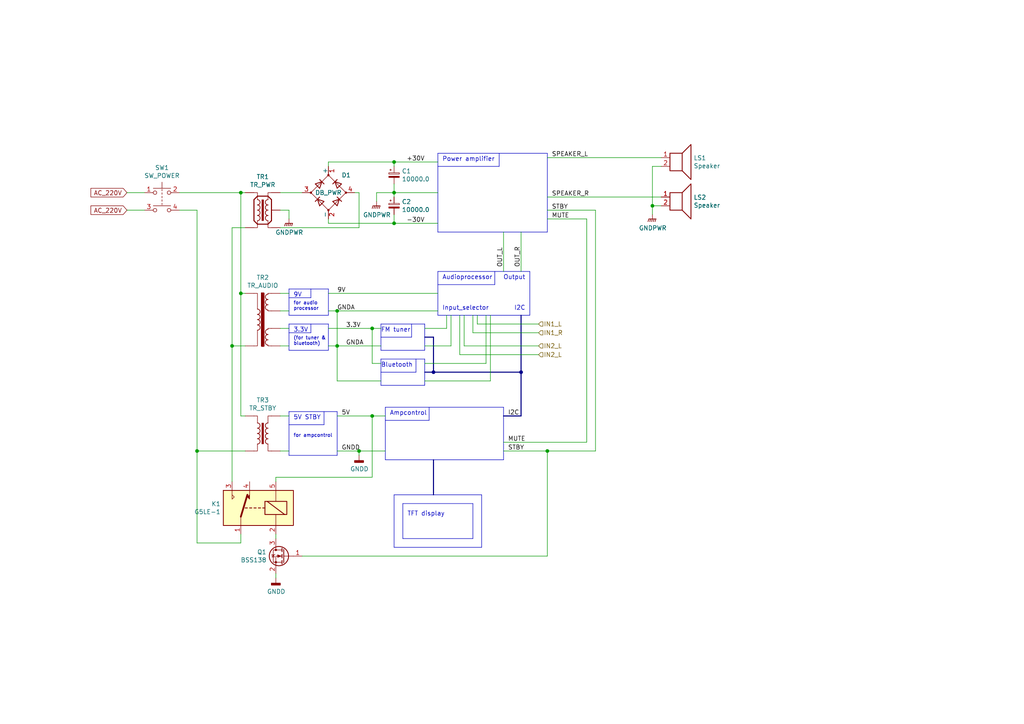
<source format=kicad_sch>
(kicad_sch (version 20230121) (generator eeschema)
  (paper "A4")
  (lib_symbols
    (symbol "Device:C_Polarized_Small" (pin_numbers hide) (pin_names (offset 0.254) hide)
      (property "Reference" "C" (at 0.254 1.778 0))
      (property "Value" "C_Polarized_Small" (at 0.254 -2.032 0))
      (symbol "C_Polarized_Small_0_1"
        (rectangle (start -1.524 -0.3048) (end 1.524 -0.6858) (fill (type outline)))
        (rectangle (start -1.524 0.6858) (end 1.524 0.3048))
        (polyline (pts (xy -1.27 1.524) (xy -0.762 1.524)))
        (polyline (pts (xy -1.016 1.27) (xy -1.016 1.778)))
      )
      (symbol "C_Polarized_Small_1_1"
        (pin passive line (at 0 2.54 270) (length 1.8542) (name "~") (number "1"))
        (pin passive line (at 0 -2.54 90) (length 1.8542) (name "~") (number "2"))
      )
    )
    (symbol "Device:D_Bridge_+-AA" (pin_names (offset 0))
      (property "Reference" "D" (at 2.54 6.985 0))
      (property "Value" "D_Bridge_+-AA" (at 2.54 5.08 0))
      (symbol "D_Bridge_+-AA_0_1"
        (circle (center -5.08 0) (radius 0.254) (fill (type outline)))
        (circle (center 0 -5.08) (radius 0.254) (fill (type outline)))
        (polyline (pts (xy -2.54 3.81) (xy -1.27 2.54)) (stroke (width 0.254)))
        (polyline (pts (xy -1.27 -2.54) (xy -2.54 -3.81)) (stroke (width 0.254)))
        (polyline (pts (xy 2.54 -1.27) (xy 3.81 -2.54)) (stroke (width 0.254)))
        (polyline (pts (xy 2.54 1.27) (xy 3.81 2.54)) (stroke (width 0.254)))
        (polyline (pts (xy -3.81 2.54) (xy -2.54 1.27) (xy -1.905 3.175) (xy -3.81 2.54)) (stroke (width 0.254)))
        (polyline (pts (xy -2.54 -1.27) (xy -3.81 -2.54) (xy -1.905 -3.175) (xy -2.54 -1.27)) (stroke (width 0.254)))
        (polyline (pts (xy 1.27 2.54) (xy 2.54 3.81) (xy 3.175 1.905) (xy 1.27 2.54)) (stroke (width 0.254)))
        (polyline (pts (xy 3.175 -1.905) (xy 1.27 -2.54) (xy 2.54 -3.81) (xy 3.175 -1.905)) (stroke (width 0.254)))
        (polyline (pts (xy -5.08 0) (xy 0 -5.08) (xy 5.08 0) (xy 0 5.08) (xy -5.08 0)))
        (circle (center 0 5.08) (radius 0.254) (fill (type outline)))
        (circle (center 5.08 0) (radius 0.254) (fill (type outline)))
      )
      (symbol "D_Bridge_+-AA_1_1"
        (pin passive line (at 7.62 0 180) (length 2.54) (name "+") (number "1"))
        (pin passive line (at -7.62 0 0) (length 2.54) (name "-") (number "2"))
        (pin passive line (at 0 7.62 270) (length 2.54) (name "~") (number "3"))
        (pin passive line (at 0 -7.62 90) (length 2.54) (name "~") (number "4"))
      )
    )
    (symbol "Device:Speaker" (pin_names (offset 0) hide)
      (property "Reference" "LS" (at 1.27 5.715 0))
      (property "Value" "Speaker" (at 1.27 3.81 0))
      (symbol "Speaker_0_0"
        (rectangle (start -2.54 1.27) (end 1.016 -3.81) (stroke (width 0.254)))
        (polyline (pts (xy 1.016 1.27) (xy 3.556 3.81) (xy 3.556 -6.35) (xy 1.016 -3.81)) (stroke (width 0.254)))
      )
      (symbol "Speaker_1_1"
        (pin input line (at -5.08 0 0) (length 2.54) (name "1") (number "1"))
        (pin input line (at -5.08 -2.54 0) (length 2.54) (name "2") (number "2"))
      )
    )
    (symbol "Relay:G5LE-1"
      (property "Reference" "K" (at 11.43 3.81 0))
      (property "Value" "G5LE-1" (at 11.43 1.27 0))
      (symbol "G5LE-1_0_0"
        (polyline (pts (xy 7.62 5.08) (xy 7.62 2.54) (xy 6.985 3.175) (xy 7.62 3.81)))
      )
      (symbol "G5LE-1_0_1"
        (rectangle (start -10.16 5.08) (end 10.16 -5.08) (stroke (width 0.254)) (fill (type background)))
        (rectangle (start -8.255 1.905) (end -1.905 -1.905) (stroke (width 0.254)))
        (polyline (pts (xy -7.62 -1.905) (xy -2.54 1.905)) (stroke (width 0.254)))
        (polyline (pts (xy -5.08 -5.08) (xy -5.08 -1.905)))
        (polyline (pts (xy -5.08 5.08) (xy -5.08 1.905)))
        (polyline (pts (xy -1.905 0) (xy -1.27 0)) (stroke (width 0.254)))
        (polyline (pts (xy -0.635 0) (xy 0 0)) (stroke (width 0.254)))
        (polyline (pts (xy 0.635 0) (xy 1.27 0)) (stroke (width 0.254)))
        (polyline (pts (xy 1.905 0) (xy 2.54 0)) (stroke (width 0.254)))
        (polyline (pts (xy 3.175 0) (xy 3.81 0)) (stroke (width 0.254)))
        (polyline (pts (xy 5.08 -2.54) (xy 3.175 3.81)) (stroke (width 0.508)))
        (polyline (pts (xy 5.08 -2.54) (xy 5.08 -5.08)))
        (polyline (pts (xy 2.54 5.08) (xy 2.54 2.54) (xy 3.175 3.175) (xy 2.54 3.81)) (fill (type outline)))
      )
      (symbol "G5LE-1_1_1"
        (pin passive line (at 5.08 -7.62 90) (length 2.54) (name "~") (number "1"))
        (pin passive line (at -5.08 -7.62 90) (length 2.54) (name "~") (number "2"))
        (pin passive line (at 7.62 7.62 270) (length 2.54) (name "~") (number "3"))
        (pin passive line (at 2.54 7.62 270) (length 2.54) (name "~") (number "4"))
        (pin passive line (at -5.08 7.62 270) (length 2.54) (name "~") (number "5"))
      )
    )
    (symbol "Switch:SW_Push_Dual" (pin_names (offset 1.016) hide)
      (property "Reference" "SW" (at 1.27 2.54 0))
      (property "Value" "SW_Push_Dual" (at 0 -6.858 0))
      (symbol "SW_Push_Dual_0_1"
        (circle (center -2.032 -5.08) (radius 0.508))
        (circle (center -2.032 0) (radius 0.508))
        (polyline (pts (xy 0 -3.048) (xy 0 -3.556)))
        (polyline (pts (xy 0 -2.032) (xy 0 -2.54)))
        (polyline (pts (xy 0 -1.524) (xy 0 -1.016)))
        (polyline (pts (xy 0 -0.508) (xy 0 0)))
        (polyline (pts (xy 0 0.508) (xy 0 1.016)))
        (polyline (pts (xy 0 1.27) (xy 0 3.048)))
        (polyline (pts (xy 2.54 -3.81) (xy -2.54 -3.81)))
        (polyline (pts (xy 2.54 1.27) (xy -2.54 1.27)))
        (circle (center 2.032 -5.08) (radius 0.508))
        (circle (center 2.032 0) (radius 0.508))
        (pin passive line (at -5.08 0 0) (length 2.54) (name "1") (number "1"))
        (pin passive line (at 5.08 0 180) (length 2.54) (name "2") (number "2"))
        (pin passive line (at -5.08 -5.08 0) (length 2.54) (name "3") (number "3"))
        (pin passive line (at 5.08 -5.08 180) (length 2.54) (name "4") (number "4"))
      )
    )
    (symbol "Transformer:TRANSF1" (pin_numbers hide) (pin_names (offset 0))
      (property "Reference" "TR" (at 0 6.35 0))
      (property "Value" "TRANSF1" (at 0 -6.35 0))
      (symbol "TRANSF1_0_1"
        (arc (start -1.524 -3.048) (mid -0.7653 -2.286) (end -1.524 -1.524) (stroke (width 0.2032)))
        (arc (start -1.524 -1.524) (mid -0.7653 -0.762) (end -1.524 0) (stroke (width 0.2032)))
        (arc (start -1.524 0) (mid -0.7653 0.762) (end -1.524 1.524) (stroke (width 0.2032)))
        (arc (start -1.524 1.524) (mid -0.7653 2.286) (end -1.524 3.048) (stroke (width 0.2032)))
        (rectangle (start -0.254 3.048) (end 0.254 -3.048) (stroke (width 0.0254)) (fill (type outline)))
        (polyline (pts (xy -2.54 5.08) (xy -1.524 5.08) (xy -1.524 3.048) (xy -1.524 3.048)) (stroke (width 0.1524)))
        (polyline (pts (xy -1.524 -3.048) (xy -1.524 -5.08) (xy -2.54 -5.08) (xy -2.54 -5.08)) (stroke (width 0.1524)))
        (polyline (pts (xy 1.524 3.048) (xy 1.524 5.08) (xy 2.54 5.08) (xy 2.54 5.08)) (stroke (width 0.1524)))
        (polyline (pts (xy 2.54 -5.08) (xy 1.524 -5.08) (xy 1.524 -3.048) (xy 1.524 -3.048)) (stroke (width 0.1524)))
        (arc (start 1.524 -1.524) (mid 0.7653 -2.286) (end 1.524 -3.048) (stroke (width 0.2032)))
        (arc (start 1.524 0) (mid 0.7653 -0.762) (end 1.524 -1.524) (stroke (width 0.2032)))
        (arc (start 1.524 1.524) (mid 0.7653 0.762) (end 1.524 0) (stroke (width 0.2032)))
        (arc (start 1.524 3.048) (mid 0.7653 2.286) (end 1.524 1.524) (stroke (width 0.2032)))
      )
      (symbol "TRANSF1_1_1"
        (pin passive line (at -5.08 5.08 0) (length 2.54) (name "~") (number "1"))
        (pin passive line (at -5.08 -5.08 0) (length 2.54) (name "~") (number "2"))
        (pin passive line (at 5.08 -5.08 180) (length 2.54) (name "~") (number "3"))
        (pin passive line (at 5.08 5.08 180) (length 2.54) (name "~") (number "4"))
      )
    )
    (symbol "Transformer:TRANSF2" (pin_numbers hide) (pin_names (offset 0))
      (property "Reference" "TR" (at 0 6.35 0))
      (property "Value" "TRANSF2" (at 0 -6.35 0))
      (symbol "TRANSF2_0_1"
        (arc (start -1.524 -3.048) (mid -0.7653 -2.286) (end -1.524 -1.524) (stroke (width 0.2032)))
        (arc (start -1.524 -1.524) (mid -0.7653 -0.762) (end -1.524 0) (stroke (width 0.2032)))
        (arc (start -1.524 0) (mid -0.7653 0.762) (end -1.524 1.524) (stroke (width 0.2032)))
        (arc (start -1.524 1.524) (mid -0.7653 2.286) (end -1.524 3.048) (stroke (width 0.2032)))
        (rectangle (start -0.254 3.048) (end 0.254 -3.048) (stroke (width 0.0254)) (fill (type outline)))
        (polyline (pts (xy -2.54 3.048) (xy -1.524 4.064) (xy -1.524 4.064)) (stroke (width 0.3048)))
        (polyline (pts (xy 2.54 -3.048) (xy 1.524 -4.064) (xy 1.524 -4.064)) (stroke (width 0.3048)))
        (polyline (pts (xy 2.54 3.048) (xy 2.54 -3.048) (xy 2.54 -3.048)) (stroke (width 0.3048)))
        (polyline (pts (xy -2.54 5.08) (xy -1.524 5.08) (xy -1.524 3.048) (xy -1.524 3.048)) (stroke (width 0.1524)))
        (polyline (pts (xy -1.524 -4.064) (xy -2.54 -3.048) (xy -2.54 3.048) (xy -2.54 3.048)) (stroke (width 0.3048)))
        (polyline (pts (xy -1.524 -3.048) (xy -1.524 -5.08) (xy -2.54 -5.08) (xy -2.54 -5.08)) (stroke (width 0.1524)))
        (polyline (pts (xy -1.524 4.064) (xy 1.524 4.064) (xy 1.524 4.064) (xy 1.524 4.064)) (stroke (width 0.3048)))
        (polyline (pts (xy 1.524 -4.064) (xy -1.524 -4.064) (xy -1.524 -4.064) (xy -1.524 -4.064)) (stroke (width 0.3048)))
        (polyline (pts (xy 1.524 3.048) (xy 1.524 5.08) (xy 2.54 5.08) (xy 2.54 5.08)) (stroke (width 0.1524)))
        (polyline (pts (xy 2.54 -5.08) (xy 1.524 -5.08) (xy 1.524 -3.048) (xy 1.524 -3.048)) (stroke (width 0.1524)))
        (polyline (pts (xy 1.524 4.064) (xy 2.54 3.048) (xy 2.54 3.048) (xy 2.54 3.048) (xy 2.54 3.048)) (stroke (width 0.3048)))
        (arc (start 1.524 -1.524) (mid 0.7653 -2.286) (end 1.524 -3.048) (stroke (width 0.2032)))
        (arc (start 1.524 0) (mid 0.7653 -0.762) (end 1.524 -1.524) (stroke (width 0.2032)))
        (arc (start 1.524 1.524) (mid 0.7653 0.762) (end 1.524 0) (stroke (width 0.2032)))
        (arc (start 1.524 3.048) (mid 0.7653 2.286) (end 1.524 1.524) (stroke (width 0.2032)))
      )
      (symbol "TRANSF2_1_1"
        (pin passive line (at 5.08 0 180) (length 2.54) (name "~") (number "0"))
        (pin passive line (at -5.08 5.08 0) (length 2.54) (name "~") (number "1"))
        (pin passive line (at -5.08 -5.08 0) (length 2.54) (name "~") (number "2"))
        (pin passive line (at 5.08 -5.08 180) (length 2.54) (name "~") (number "3"))
        (pin passive line (at 5.08 5.08 180) (length 2.54) (name "~") (number "4"))
      )
    )
    (symbol "Transformer:TRANSF3" (pin_numbers hide) (pin_names (offset 0))
      (property "Reference" "TR" (at 0 8.89 0))
      (property "Value" "TRANSF3" (at 0 -8.89 0))
      (symbol "TRANSF3_0_1"
        (arc (start -1.524 -3.048) (mid -0.7653 -2.286) (end -1.524 -1.524) (stroke (width 0.2032)))
        (arc (start -1.524 -1.524) (mid -0.7653 -0.762) (end -1.524 0) (stroke (width 0.2032)))
        (arc (start -1.524 0) (mid -0.7653 0.762) (end -1.524 1.524) (stroke (width 0.2032)))
        (arc (start -1.524 1.524) (mid -0.7653 2.286) (end -1.524 3.048) (stroke (width 0.2032)))
        (rectangle (start -0.254 7.62) (end 0.254 -7.62) (stroke (width 0.508)) (fill (type outline)))
        (polyline (pts (xy -1.524 3.048) (xy -1.524 7.62) (xy -2.54 7.62)))
        (polyline (pts (xy 1.524 -7.366) (xy 1.524 -7.62) (xy 1.524 -7.62)) (fill (type outline)))
        (polyline (pts (xy 1.524 -2.54) (xy 1.524 -2.794) (xy 1.524 -2.794)) (fill (type outline)))
        (polyline (pts (xy 1.524 -2.54) (xy 2.54 -2.54) (xy 2.54 -2.54)))
        (polyline (pts (xy 1.524 2.54) (xy 1.524 2.794) (xy 1.524 2.794)) (fill (type outline)))
        (polyline (pts (xy 1.524 2.54) (xy 2.54 2.54) (xy 2.54 2.54)))
        (polyline (pts (xy 1.524 7.62) (xy 1.524 7.366) (xy 1.524 7.366)) (fill (type outline)))
        (polyline (pts (xy 1.524 7.62) (xy 2.54 7.62) (xy 2.54 7.62)))
        (polyline (pts (xy 2.54 -7.62) (xy 1.524 -7.62) (xy 1.524 -7.62)))
        (polyline (pts (xy -2.54 -7.62) (xy -1.524 -7.62) (xy -1.524 -3.048) (xy -1.524 -4.318)))
        (arc (start 1.524 -5.842) (mid 0.7653 -6.604) (end 1.524 -7.366) (stroke (width 0.2032)))
        (arc (start 1.524 -4.318) (mid 0.7653 -5.08) (end 1.524 -5.842) (stroke (width 0.2032)))
        (arc (start 1.524 -2.794) (mid 0.7653 -3.556) (end 1.524 -4.318) (stroke (width 0.2032)))
        (arc (start 1.524 4.318) (mid 0.7653 3.556) (end 1.524 2.794) (stroke (width 0.2032)))
        (arc (start 1.524 5.842) (mid 0.7653 5.08) (end 1.524 4.318) (stroke (width 0.2032)))
        (arc (start 1.524 7.366) (mid 0.7653 6.604) (end 1.524 5.842) (stroke (width 0.2032)))
      )
      (symbol "TRANSF3_1_1"
        (pin passive line (at -5.08 7.62 0) (length 2.54) (name "~") (number "1"))
        (pin passive line (at -5.08 -7.62 0) (length 2.54) (name "~") (number "2"))
        (pin passive line (at 5.08 7.62 180) (length 2.54) (name "~") (number "3"))
        (pin passive line (at 5.08 2.54 180) (length 2.54) (name "~") (number "4"))
        (pin passive line (at 5.08 -2.54 180) (length 2.54) (name "~") (number "5"))
        (pin passive line (at 5.08 -7.62 180) (length 2.54) (name "~") (number "6"))
      )
    )
    (symbol "Transistor_FET:BSS138" (pin_names hide)
      (property "Reference" "Q" (at 5.08 1.905 0))
      (property "Value" "BSS138" (at 5.08 0 0))
      (symbol "BSS138_0_1"
        (polyline (pts (xy 0.254 0) (xy -2.54 0)))
        (polyline (pts (xy 0.254 1.905) (xy 0.254 -1.905)) (stroke (width 0.254)))
        (polyline (pts (xy 0.762 -1.27) (xy 0.762 -2.286)) (stroke (width 0.254)))
        (polyline (pts (xy 0.762 0.508) (xy 0.762 -0.508)) (stroke (width 0.254)))
        (polyline (pts (xy 0.762 2.286) (xy 0.762 1.27)) (stroke (width 0.254)))
        (polyline (pts (xy 2.54 2.54) (xy 2.54 1.778)))
        (polyline (pts (xy 2.54 -2.54) (xy 2.54 0) (xy 0.762 0)))
        (polyline (pts (xy 0.762 -1.778) (xy 3.302 -1.778) (xy 3.302 1.778) (xy 0.762 1.778)))
        (polyline (pts (xy 1.016 0) (xy 2.032 0.381) (xy 2.032 -0.381) (xy 1.016 0)) (fill (type outline)))
        (polyline (pts (xy 2.794 0.508) (xy 2.921 0.381) (xy 3.683 0.381) (xy 3.81 0.254)))
        (polyline (pts (xy 3.302 0.381) (xy 2.921 -0.254) (xy 3.683 -0.254) (xy 3.302 0.381)))
        (circle (center 1.651 0) (radius 2.794) (stroke (width 0.254)))
        (circle (center 2.54 -1.778) (radius 0.254) (fill (type outline)))
        (circle (center 2.54 1.778) (radius 0.254) (fill (type outline)))
      )
      (symbol "BSS138_1_1"
        (pin input line (at -5.08 0 0) (length 2.54) (name "G") (number "1"))
        (pin passive line (at 2.54 -5.08 90) (length 2.54) (name "S") (number "2"))
        (pin passive line (at 2.54 5.08 270) (length 2.54) (name "D") (number "3"))
      )
    )
    (symbol "power:GNDD" (power) (pin_names (offset 0))
      (property "Value" "GNDD" (at 0 -3.175 0))
      (symbol "GNDD_0_1"
        (rectangle (start -1.27 -1.524) (end 1.27 -2.032) (stroke (width 0.254)) (fill (type outline)))
        (polyline (pts (xy 0 0) (xy 0 -1.524)))
      )
      (symbol "GNDD_1_1"
        (pin power_in line (at 0 0 270) (length 0) hide (name "GNDD") (number "1"))
      )
    )
    (symbol "power:GNDPWR" (power) (pin_names (offset 0))
      (property "Value" "GNDPWR" (at 0 -3.302 0))
      (symbol "GNDPWR_0_1"
        (polyline (pts (xy 0 -1.27) (xy 0 0)))
        (polyline (pts (xy -1.016 -1.27) (xy -1.27 -2.032) (xy -1.27 -2.032)) (stroke (width 0.2032)))
        (polyline (pts (xy -0.508 -1.27) (xy -0.762 -2.032) (xy -0.762 -2.032)) (stroke (width 0.2032)))
        (polyline (pts (xy 0 -1.27) (xy -0.254 -2.032) (xy -0.254 -2.032)) (stroke (width 0.2032)))
        (polyline (pts (xy 0.508 -1.27) (xy 0.254 -2.032) (xy 0.254 -2.032)) (stroke (width 0.2032)))
        (polyline (pts (xy 1.016 -1.27) (xy -1.016 -1.27) (xy -1.016 -1.27)) (stroke (width 0.2032)))
        (polyline (pts (xy 1.016 -1.27) (xy 0.762 -2.032) (xy 0.762 -2.032) (xy 0.762 -2.032)) (stroke (width 0.2032)))
      )
      (symbol "GNDPWR_1_1"
        (pin power_in line (at 0 0 270) (length 0) hide (name "GNDPWR") (number "1"))
      )
    )
  )
  (junction (at 107.95 95.25))
  (junction (at 125.73 107.95))
  (junction (at 67.31 100.33))
  (junction (at 151.13 107.95))
  (junction (at 114.3 64.77))
  (junction (at 114.3 46.99))
  (junction (at 97.79 100.33))
  (junction (at 104.14 130.81))
  (junction (at 97.79 90.17))
  (junction (at 158.75 130.81))
  (junction (at 69.85 85.09))
  (junction (at 189.23 59.69))
  (junction (at 107.95 120.65))
  (junction (at 57.15 130.81))
  (junction (at 114.3 55.88))
  (junction (at 69.85 55.88))
  (wire (pts (xy 67.31 100.33) (xy 67.31 66.04)))
  (wire (pts (xy 156.21 96.52) (xy 137.16 96.52)))
  (wire (pts (xy 83.82 63.5) (xy 83.82 60.96)))
  (wire (pts (xy 80.01 138.43) (xy 107.95 138.43)))
  (polyline (pts (xy 83.82 83.82) (xy 83.82 91.44)))
  (wire (pts (xy 189.23 59.69) (xy 189.23 48.26)))
  (wire (pts (xy 83.82 60.96) (xy 81.28 60.96)))
  (polyline (pts (xy 83.82 96.52) (xy 90.17 96.52)))
  (wire (pts (xy 83.82 90.17) (xy 81.28 90.17)))
  (bus (pts (xy 125.73 143.51) (xy 125.73 133.35)))
  (wire (pts (xy 191.77 59.69) (xy 189.23 59.69)))
  (wire (pts (xy 189.23 59.69) (xy 189.23 62.23)))
  (wire (pts (xy 81.28 55.88) (xy 87.63 55.88)))
  (wire (pts (xy 107.95 95.25) (xy 107.95 105.41)))
  (polyline (pts (xy 110.49 111.76) (xy 123.19 111.76)))
  (polyline (pts (xy 137.16 156.21) (xy 137.16 146.05)))
  (polyline (pts (xy 120.65 107.95) (xy 120.65 104.14)))
  (wire (pts (xy 87.63 161.29) (xy 158.75 161.29)))
  (polyline (pts (xy 83.82 132.08) (xy 97.79 132.08)))
  (polyline (pts (xy 119.38 97.79) (xy 119.38 93.98)))
  (wire (pts (xy 146.05 78.74) (xy 146.05 67.31)))
  (polyline (pts (xy 111.76 133.35) (xy 146.05 133.35)))
  (wire (pts (xy 156.21 100.33) (xy 134.62 100.33)))
  (wire (pts (xy 133.35 102.87) (xy 156.21 102.87)))
  (wire (pts (xy 97.79 120.65) (xy 107.95 120.65)))
  (polyline (pts (xy 83.82 123.19) (xy 93.98 123.19)))
  (polyline (pts (xy 139.7 158.75) (xy 139.7 143.51)))
  (wire (pts (xy 114.3 62.23) (xy 114.3 64.77)))
  (wire (pts (xy 170.18 63.5) (xy 158.75 63.5)))
  (wire (pts (xy 83.82 100.33) (xy 81.28 100.33)))
  (wire (pts (xy 107.95 138.43) (xy 107.95 120.65)))
  (bus (pts (xy 151.13 120.65) (xy 146.05 120.65)))
  (polyline (pts (xy 114.3 158.75) (xy 139.7 158.75)))
  (wire (pts (xy 57.15 130.81) (xy 57.15 60.96)))
  (wire (pts (xy 189.23 48.26) (xy 191.77 48.26)))
  (polyline (pts (xy 95.25 93.98) (xy 83.82 93.98)))
  (polyline (pts (xy 93.98 123.19) (xy 93.98 119.38)))
  (wire (pts (xy 57.15 130.81) (xy 57.15 157.48)))
  (polyline (pts (xy 158.75 67.31) (xy 158.75 44.45)))
  (wire (pts (xy 57.15 157.48) (xy 69.85 157.48)))
  (polyline (pts (xy 110.49 97.79) (xy 119.38 97.79)))
  (bus (pts (xy 123.19 97.79) (xy 125.73 97.79)))
  (wire (pts (xy 123.19 110.49) (xy 142.24 110.49)))
  (wire (pts (xy 140.97 105.41) (xy 140.97 91.44)))
  (bus (pts (xy 125.73 97.79) (xy 125.73 107.95)))
  (wire (pts (xy 97.79 90.17) (xy 127 90.17)))
  (polyline (pts (xy 110.49 93.98) (xy 110.49 101.6)))
  (wire (pts (xy 138.43 93.98) (xy 156.21 93.98)))
  (bus (pts (xy 151.13 107.95) (xy 151.13 120.65)))
  (wire (pts (xy 172.72 60.96) (xy 158.75 60.96)))
  (wire (pts (xy 95.25 85.09) (xy 127 85.09)))
  (wire (pts (xy 71.12 85.09) (xy 69.85 85.09)))
  (wire (pts (xy 114.3 55.88) (xy 109.22 55.88)))
  (polyline (pts (xy 83.82 86.36) (xy 90.17 86.36)))
  (wire (pts (xy 69.85 120.65) (xy 69.85 85.09)))
  (polyline (pts (xy 114.3 143.51) (xy 114.3 158.75)))
  (wire (pts (xy 191.77 45.72) (xy 158.75 45.72)))
  (polyline (pts (xy 123.19 93.98) (xy 110.49 93.98)))
  (wire (pts (xy 81.28 85.09) (xy 83.82 85.09)))
  (polyline (pts (xy 83.82 91.44) (xy 95.25 91.44)))
  (wire (pts (xy 71.12 120.65) (xy 69.85 120.65)))
  (polyline (pts (xy 153.67 78.74) (xy 153.67 91.44)))
  (wire (pts (xy 130.81 100.33) (xy 130.81 91.44)))
  (polyline (pts (xy 123.19 104.14) (xy 123.19 111.76)))
  (wire (pts (xy 104.14 66.04) (xy 104.14 55.88)))
  (wire (pts (xy 107.95 120.65) (xy 111.76 120.65)))
  (wire (pts (xy 138.43 91.44) (xy 138.43 93.98)))
  (wire (pts (xy 52.07 55.88) (xy 69.85 55.88)))
  (polyline (pts (xy 146.05 118.11) (xy 111.76 118.11)))
  (wire (pts (xy 41.91 55.88) (xy 36.83 55.88)))
  (wire (pts (xy 151.13 78.74) (xy 151.13 67.31)))
  (wire (pts (xy 69.85 85.09) (xy 69.85 55.88)))
  (polyline (pts (xy 97.79 132.08) (xy 97.79 119.38)))
  (wire (pts (xy 80.01 154.94) (xy 80.01 156.21)))
  (wire (pts (xy 95.25 90.17) (xy 97.79 90.17)))
  (polyline (pts (xy 90.17 96.52) (xy 90.17 93.98)))
  (polyline (pts (xy 143.51 82.55) (xy 143.51 78.74)))
  (polyline (pts (xy 110.49 104.14) (xy 110.49 111.76)))
  (polyline (pts (xy 153.67 91.44) (xy 127 91.44)))
  (wire (pts (xy 158.75 130.81) (xy 146.05 130.81)))
  (wire (pts (xy 71.12 55.88) (xy 69.85 55.88)))
  (wire (pts (xy 97.79 100.33) (xy 110.49 100.33)))
  (wire (pts (xy 114.3 46.99) (xy 114.3 48.26)))
  (wire (pts (xy 71.12 130.81) (xy 57.15 130.81)))
  (polyline (pts (xy 110.49 101.6) (xy 123.19 101.6)))
  (wire (pts (xy 83.82 130.81) (xy 81.28 130.81)))
  (wire (pts (xy 172.72 130.81) (xy 172.72 60.96)))
  (wire (pts (xy 104.14 55.88) (xy 102.87 55.88)))
  (wire (pts (xy 109.22 55.88) (xy 109.22 58.42)))
  (wire (pts (xy 104.14 130.81) (xy 111.76 130.81)))
  (bus (pts (xy 151.13 107.95) (xy 151.13 91.44)))
  (wire (pts (xy 114.3 57.15) (xy 114.3 55.88)))
  (polyline (pts (xy 123.19 101.6) (xy 123.19 93.98)))
  (polyline (pts (xy 83.82 101.6) (xy 95.25 101.6)))
  (wire (pts (xy 129.54 95.25) (xy 129.54 91.44)))
  (wire (pts (xy 97.79 130.81) (xy 104.14 130.81)))
  (polyline (pts (xy 116.84 146.05) (xy 116.84 156.21)))
  (polyline (pts (xy 127 82.55) (xy 143.51 82.55)))
  (wire (pts (xy 133.35 91.44) (xy 133.35 102.87)))
  (polyline (pts (xy 158.75 44.45) (xy 127 44.45)))
  (wire (pts (xy 137.16 96.52) (xy 137.16 91.44)))
  (polyline (pts (xy 123.19 104.14) (xy 110.49 104.14)))
  (wire (pts (xy 95.25 46.99) (xy 114.3 46.99)))
  (wire (pts (xy 71.12 100.33) (xy 67.31 100.33)))
  (wire (pts (xy 81.28 120.65) (xy 83.82 120.65)))
  (polyline (pts (xy 127 44.45) (xy 127 67.31)))
  (polyline (pts (xy 127 78.74) (xy 153.67 78.74)))
  (wire (pts (xy 107.95 95.25) (xy 110.49 95.25)))
  (polyline (pts (xy 127 91.44) (xy 127 78.74)))
  (polyline (pts (xy 97.79 119.38) (xy 83.82 119.38)))
  (wire (pts (xy 80.01 167.64) (xy 80.01 166.37)))
  (bus (pts (xy 125.73 107.95) (xy 123.19 107.95)))
  (polyline (pts (xy 127 48.26) (xy 144.78 48.26)))
  (wire (pts (xy 95.25 48.26) (xy 95.25 46.99)))
  (wire (pts (xy 97.79 100.33) (xy 97.79 90.17)))
  (polyline (pts (xy 116.84 156.21) (xy 137.16 156.21)))
  (polyline (pts (xy 90.17 86.36) (xy 90.17 83.82)))
  (wire (pts (xy 97.79 110.49) (xy 110.49 110.49)))
  (wire (pts (xy 114.3 53.34) (xy 114.3 55.88)))
  (wire (pts (xy 80.01 139.7) (xy 80.01 138.43)))
  (polyline (pts (xy 111.76 118.11) (xy 111.76 133.35)))
  (polyline (pts (xy 124.46 121.92) (xy 124.46 118.11)))
  (polyline (pts (xy 127 67.31) (xy 158.75 67.31)))
  (polyline (pts (xy 83.82 93.98) (xy 83.82 101.6)))
  (wire (pts (xy 95.25 63.5) (xy 95.25 64.77)))
  (polyline (pts (xy 95.25 83.82) (xy 83.82 83.82)))
  (wire (pts (xy 97.79 100.33) (xy 97.79 110.49)))
  (wire (pts (xy 81.28 66.04) (xy 104.14 66.04)))
  (wire (pts (xy 123.19 100.33) (xy 130.81 100.33)))
  (polyline (pts (xy 83.82 119.38) (xy 83.82 132.08)))
  (wire (pts (xy 114.3 55.88) (xy 127 55.88)))
  (bus (pts (xy 125.73 107.95) (xy 151.13 107.95)))
  (polyline (pts (xy 111.76 121.92) (xy 124.46 121.92)))
  (wire (pts (xy 142.24 110.49) (xy 142.24 91.44)))
  (polyline (pts (xy 110.49 107.95) (xy 120.65 107.95)))
  (polyline (pts (xy 95.25 101.6) (xy 95.25 93.98)))
  (polyline (pts (xy 137.16 146.05) (xy 116.84 146.05)))
  (polyline (pts (xy 95.25 91.44) (xy 95.25 83.82)))
  (wire (pts (xy 57.15 60.96) (xy 52.07 60.96)))
  (wire (pts (xy 170.18 128.27) (xy 170.18 63.5)))
  (wire (pts (xy 123.19 105.41) (xy 140.97 105.41)))
  (wire (pts (xy 95.25 95.25) (xy 107.95 95.25)))
  (wire (pts (xy 158.75 161.29) (xy 158.75 130.81)))
  (polyline (pts (xy 144.78 48.26) (xy 144.78 44.45)))
  (wire (pts (xy 114.3 64.77) (xy 127 64.77)))
  (polyline (pts (xy 146.05 133.35) (xy 146.05 118.11)))
  (wire (pts (xy 123.19 95.25) (xy 129.54 95.25)))
  (wire (pts (xy 104.14 132.08) (xy 104.14 130.81)))
  (wire (pts (xy 158.75 130.81) (xy 172.72 130.81)))
  (wire (pts (xy 67.31 100.33) (xy 67.31 139.7)))
  (wire (pts (xy 71.12 66.04) (xy 67.31 66.04)))
  (wire (pts (xy 134.62 100.33) (xy 134.62 91.44)))
  (wire (pts (xy 83.82 95.25) (xy 81.28 95.25)))
  (wire (pts (xy 41.91 60.96) (xy 36.83 60.96)))
  (wire (pts (xy 69.85 157.48) (xy 69.85 154.94)))
  (wire (pts (xy 114.3 46.99) (xy 127 46.99)))
  (wire (pts (xy 107.95 105.41) (xy 110.49 105.41)))
  (wire (pts (xy 95.25 64.77) (xy 114.3 64.77)))
  (wire (pts (xy 191.77 57.15) (xy 158.75 57.15)))
  (polyline (pts (xy 114.3 143.51) (xy 139.7 143.51)))
  (wire (pts (xy 146.05 128.27) (xy 170.18 128.27)))
  (wire (pts (xy 95.25 100.33) (xy 97.79 100.33)))
  (text "Audioprocessor" (at 128.27 81.28 0) (effects (font (size 1.27 1.27)) (justify left bottom)))
  (text "3.3V" (at 85.09 96.52 0) (effects (font (size 1.27 1.27)) (justify left bottom)))
  (text "Power amplifier" (at 128.27 46.99 0) (effects (font (size 1.27 1.27)) (justify left bottom)))
  (text "9V" (at 85.09 86.36 0) (effects (font (size 1.27 1.27)) (justify left bottom)))
  (text "Input_selector" (at 128.27 90.17 0) (effects (font (size 1.27 1.27)) (justify left bottom)))
  (text "Ampcontrol" (at 113.03 120.65 0) (effects (font (size 1.27 1.27)) (justify left bottom)))
  (text "Output" (at 152.4 81.28 0) (effects (font (size 1.27 1.27)) (justify right bottom)))
  (text "FM tuner" (at 110.49 96.52 0) (effects (font (size 1.27 1.27)) (justify left bottom)))
  (text "TFT display" (at 118.11 149.86 0) (effects (font (size 1.27 1.27)) (justify left bottom)))
  (text "Bluetooth" (at 110.49 106.68 0) (effects (font (size 1.27 1.27)) (justify left bottom)))
  (text "(for tuner &\nbluetooth)" (at 85.09 100.33 0) (effects (font (size 0.9906 0.9906)) (justify left bottom)))
  (text "for ampcontrol" (at 85.09 127 0) (effects (font (size 0.9906 0.9906)) (justify left bottom)))
  (text "for audio\nprocessor" (at 85.09 90.17 0) (effects (font (size 0.9906 0.9906)) (justify left bottom)))
  (text "5V STBY" (at 85.09 121.92 0) (effects (font (size 1.27 1.27)) (justify left bottom)))
  (text "I2C" (at 152.4 90.17 0) (effects (font (size 1.27 1.27)) (justify right bottom)))
  (label "GNDD" (at 99.06 130.81 0))
  (label "MUTE" (at 147.32 128.27 0))
  (label "SPEAKER_L" (at 160.02 45.72 0))
  (label "OUT_R" (at 151.13 77.47 90))
  (label "SPEAKER_R" (at 160.02 57.15 0))
  (label "3.3V" (at 100.33 95.25 0))
  (label "GNDA" (at 100.33 100.33 0))
  (label "5V" (at 99.06 120.65 0))
  (label "+30V" (at 123.19 46.99 180))
  (label "9V" (at 97.79 85.09 0))
  (label "GNDA" (at 97.79 90.17 0))
  (label "-30V" (at 123.19 64.77 180))
  (label "MUTE" (at 160.02 63.5 0))
  (label "OUT_L" (at 146.05 77.47 90))
  (label "STBY" (at 160.02 60.96 0))
  (label "I2C" (at 147.32 120.65 0))
  (label "STBY" (at 147.32 130.81 0))
  (global_label "AC_220V" (shape input) (at 36.83 60.96 180) (property "Intersheetrefs" "${INTERSHEET_REFS}" (effects hide)) (property "Intersheetrefs" "${INTERSHEET_REFS}" (effects hide)))
  (global_label "AC_220V" (shape input) (at 36.83 55.88 180) (property "Intersheetrefs" "${INTERSHEET_REFS}" (effects hide)) (property "Intersheetrefs" "${INTERSHEET_REFS}" (effects hide)))
  (hierarchical_label "IN2_L" (shape input) (at 156.21 100.33 0))
  (hierarchical_label "IN1_R" (shape input) (at 156.21 96.52 0))
  (hierarchical_label "IN2_L" (shape input) (at 156.21 102.87 0))
  (hierarchical_label "IN1_L" (shape input) (at 156.21 93.98 0))
  (symbol (lib_id "Transistor_FET:BSS138") (at 82.55 161.29 0) (mirror y) (unit 1)
    (property "Reference" "Q1" (at 77.3176 160.1216 0) (effects (justify left)))
    (property "Value" "BSS138" (at 77.3176 162.433 0) (effects (justify left)))
    (property "Footprint" "Package_TO_SOT_SMD:SOT-23" (effects hide))
    (property "Datasheet" "https://www.fairchildsemi.com/datasheets/BS/BSS138.pdf" (effects hide))
  )
  (symbol (lib_id "Relay:G5LE-1") (at 74.93 147.32 0) (mirror y) (unit 1)
    (property "Reference" "K1" (at 64.008 146.1516 0) (effects (justify left)))
    (property "Value" "G5LE-1" (at 64.008 148.463 0) (effects (justify left)))
    (property "Footprint" "Relay_THT:Relay_SPDT_Omron-G5LE-1" (effects hide))
    (property "Datasheet" "http://www.omron.com/ecb/products/pdf/en-g5le.pdf" (effects hide))
  )
  (symbol (lib_id "Transformer:TRANSF2") (at 76.2 60.96 0) (unit 1)
    (property "Reference" "TR1" (at 76.2 51.2826 0))
    (property "Value" "TR_PWR" (at 76.2 53.594 0))
  )
  (symbol (lib_id "Switch:SW_Push_Dual") (at 46.99 55.88 0) (unit 1)
    (property "Reference" "SW1" (at 46.99 48.641 0))
    (property "Value" "SW_POWER" (at 46.99 50.9524 0))
  )
  (symbol (lib_id "Transformer:TRANSF3") (at 76.2 92.71 0) (unit 1)
    (property "Reference" "TR2" (at 76.2 80.4926 0))
    (property "Value" "TR_AUDIO" (at 76.2 82.804 0))
  )
  (symbol (lib_id "Device:D_Bridge_+-AA") (at 95.25 55.88 90) (unit 1)
    (property "Reference" "D1" (at 99.06 50.8 90) (effects (justify right)))
    (property "Value" "DB_PWR" (at 95.25 55.88 90))
  )
  (symbol (lib_id "power:GNDPWR") (at 83.82 63.5 0) (unit 1)
    (property "Reference" "#PWR02" (effects hide))
    (property "Value" "GNDPWR" (at 83.9216 67.4116 0))
  )
  (symbol (lib_id "power:GNDPWR") (at 109.22 58.42 0) (unit 1)
    (property "Reference" "#PWR04" (effects hide))
    (property "Value" "GNDPWR" (at 109.3216 62.3316 0))
  )
  (symbol (lib_id "Device:C_Polarized_Small") (at 114.3 50.8 0) (unit 1)
    (property "Reference" "C1" (at 116.5352 49.6316 0) (effects (justify left)))
    (property "Value" "10000.0" (at 116.5352 51.943 0) (effects (justify left)))
  )
  (symbol (lib_id "Device:C_Polarized_Small") (at 114.3 59.69 0) (unit 1)
    (property "Reference" "C2" (at 116.5352 58.5216 0) (effects (justify left)))
    (property "Value" "10000.0" (at 116.5352 60.833 0) (effects (justify left)))
  )
  (symbol (lib_id "Transformer:TRANSF1") (at 76.2 125.73 0) (unit 1)
    (property "Reference" "TR3" (at 76.2 116.0526 0))
    (property "Value" "TR_STBY" (at 76.2 118.364 0))
  )
  (symbol (lib_id "power:GNDD") (at 80.01 167.64 0) (unit 1)
    (property "Reference" "#PWR01" (effects hide))
    (property "Value" "GNDD" (at 80.1116 171.577 0))
  )
  (symbol (lib_id "power:GNDD") (at 104.14 132.08 0) (unit 1)
    (property "Reference" "#PWR03" (effects hide))
    (property "Value" "GNDD" (at 104.2416 136.017 0))
  )
  (symbol (lib_id "Device:Speaker") (at 196.85 45.72 0) (unit 1)
    (property "Reference" "LS1" (at 201.168 45.8216 0) (effects (justify left)))
    (property "Value" "Speaker" (at 201.168 48.133 0) (effects (justify left)))
  )
  (symbol (lib_id "Device:Speaker") (at 196.85 57.15 0) (unit 1)
    (property "Reference" "LS2" (at 201.168 57.2516 0) (effects (justify left)))
    (property "Value" "Speaker" (at 201.168 59.563 0) (effects (justify left)))
  )
  (symbol (lib_id "power:GNDPWR") (at 189.23 62.23 0) (unit 1)
    (property "Reference" "#PWR05" (effects hide))
    (property "Value" "GNDPWR" (at 189.3316 66.1416 0))
  )
)
</source>
